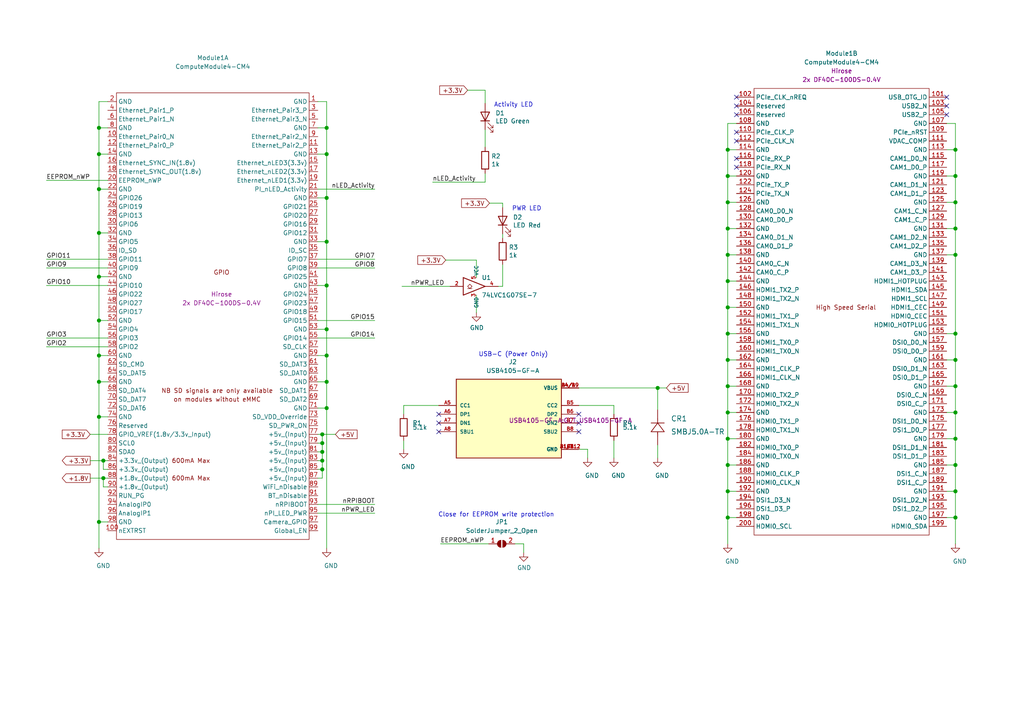
<source format=kicad_sch>
(kicad_sch (version 20210406) (generator eeschema)
  (paper "A4")
  (title_block (title "RPi CM4 Less is More (LiM) Carrier Board") (date "2021-06-18") (rev "v01") (comment 2 "License: CC BY-SA 4.0") (comment 3 "Design: thelasthandyman") (comment 4 "Concept: Alexander Rau"))
  (lib_symbols
    (symbol "2020-11-06_22-01-36:SMBJ5.0A-TR" (pin_numbers hide) (pin_names (offset -1.651) hide)
      (property "Reference" "CR" (at 5.08 4.445 0))
      (property "Value" "SMBJ5.0A-TR" (at 5.08 -7.62 0))
      (symbol "SMBJ5.0A-TR_1_1"
        (polyline (pts (xy 2.54 0) (xy 3.4798 0)) (stroke (width 0.2032)))
        (polyline (pts (xy 3.175 0) (xy 3.81 0)) (stroke (width 0.2032)))
        (polyline (pts (xy 3.81 -1.905) (xy 6.35 0)) (stroke (width 0.2032)))
        (polyline (pts (xy 3.81 1.905) (xy 3.81 -1.905)) (stroke (width 0.2032)))
        (polyline (pts (xy 6.35 -1.905) (xy 6.35 1.905)) (stroke (width 0.2032)))
        (polyline (pts (xy 6.35 0) (xy 3.81 1.905)) (stroke (width 0.2032)))
        (polyline (pts (xy 6.35 0) (xy 7.62 0)) (stroke (width 0.2032)))
        (pin unspecified line (at 10.16 0 180) (length 2.54) (name "1") (number "1"))
        (pin unspecified line (at 0 0 0) (length 2.54) (name "2") (number "2"))
      )
    )
    (symbol "CM4IO:74LVC1G07_copy"
      (property "Reference" "U" (at -2.54 3.81 0))
      (property "Value" "74LVC1G07_copy" (at 0 -3.81 0))
      (symbol "74LVC1G07_copy_0_1"
        (polyline (pts (xy -2.54 -0.635) (xy -1.27 -0.635)))
        (polyline (pts (xy -3.81 2.54) (xy -3.81 -2.54) (xy 2.54 0) (xy -3.81 2.54)) (stroke (width 0.254)))
        (polyline (pts (xy -1.905 0.635) (xy -2.54 0) (xy -1.905 -0.635) (xy -1.27 0) (xy -1.905 0.635)))
      )
      (symbol "74LVC1G07_copy_1_1"
        (pin input line (at -7.62 0 0) (length 3.81) (name "~") (number "2"))
        (pin power_in line (at 0 -2.54 270) (length 0) (name "GND") (number "3"))
        (pin open_collector line (at 6.35 0 180) (length 3.81) (name "~") (number "4"))
        (pin power_in line (at 0 2.54 90) (length 0) (name "VCC") (number "5"))
      )
    )
    (symbol "CM4IO:ComputeModule4-CM4"
      (property "Reference" "Module" (at 113.03 -68.58 0))
      (property "Value" "ComputeModule4-CM4" (at 140.97 2.54 0))
      (property "Manufacturer" "Hirose" (at 0 0 0))
      (property "MPN" "2x DF40C-100DS-0.4V" (at 0 -2.54 0))
      (property "MPN (Alt)" "2x DF40HC(3.0)-100DS-0.4V" (at 0 0 0))
      (symbol "ComputeModule4-CM4_1_0"
        (text "GPIO" (at 0 6.35 0) (effects (font (size 1.27 1.27))))
      )
      (symbol "ComputeModule4-CM4_1_1"
        (text "600mA Max" (at -8.89 -53.34 0) (effects (font (size 1.27 1.27))))
        (text "600mA Max" (at -8.89 -48.26 0) (effects (font (size 1.27 1.27))))
        (text "NB SD signals are only available" (at -1.27 -27.94 0) (effects (font (size 1.27 1.27))))
        (text "on modules without eMMC" (at -1.27 -30.48 0) (effects (font (size 1.27 1.27))))
        (rectangle (start -30.48 -71.12) (end 25.4 58.42))
        (pin power_in line (at 27.94 55.88 180) (length 2.54) (name "GND") (number "1"))
        (pin passive line (at -33.02 45.72 0) (length 2.54) (name "Ethernet_Pair0_N") (number "10"))
        (pin output line (at -33.02 -68.58 0) (length 2.54) (name "nEXTRST") (number "100"))
        (pin passive line (at 27.94 43.18 180) (length 2.54) (name "Ethernet_Pair2_P") (number "11"))
        (pin passive line (at -33.02 43.18 0) (length 2.54) (name "Ethernet_Pair0_P") (number "12"))
        (pin power_in line (at 27.94 40.64 180) (length 2.54) (name "GND") (number "13"))
        (pin power_in line (at -33.02 40.64 0) (length 2.54) (name "GND") (number "14"))
        (pin output line (at 27.94 38.1 180) (length 2.54) (name "Ethernet_nLED3(3.3v)") (number "15"))
        (pin input line (at -33.02 38.1 0) (length 2.54) (name "Ethernet_SYNC_IN(1.8v)") (number "16"))
        (pin output line (at 27.94 35.56 180) (length 2.54) (name "Ethernet_nLED2(3.3v)") (number "17"))
        (pin input line (at -33.02 35.56 0) (length 2.54) (name "Ethernet_SYNC_OUT(1.8v)") (number "18"))
        (pin output line (at 27.94 33.02 180) (length 2.54) (name "Ethernet_nLED1(3.3v)") (number "19"))
        (pin power_in line (at -33.02 55.88 0) (length 2.54) (name "GND") (number "2"))
        (pin passive line (at -33.02 33.02 0) (length 2.54) (name "EEPROM_nWP") (number "20"))
        (pin open_collector line (at 27.94 30.48 180) (length 2.54) (name "PI_nLED_Activity") (number "21"))
        (pin power_in line (at -33.02 30.48 0) (length 2.54) (name "GND") (number "22"))
        (pin power_in line (at 27.94 27.94 180) (length 2.54) (name "GND") (number "23"))
        (pin passive line (at -33.02 27.94 0) (length 2.54) (name "GPIO26") (number "24"))
        (pin passive line (at 27.94 25.4 180) (length 2.54) (name "GPIO21") (number "25"))
        (pin passive line (at -33.02 25.4 0) (length 2.54) (name "GPIO19") (number "26"))
        (pin passive line (at 27.94 22.86 180) (length 2.54) (name "GPIO20") (number "27"))
        (pin passive line (at -33.02 22.86 0) (length 2.54) (name "GPIO13") (number "28"))
        (pin passive line (at 27.94 20.32 180) (length 2.54) (name "GPIO16") (number "29"))
        (pin passive line (at 27.94 53.34 180) (length 2.54) (name "Ethernet_Pair3_P") (number "3"))
        (pin passive line (at -33.02 20.32 0) (length 2.54) (name "GPIO6") (number "30"))
        (pin passive line (at 27.94 17.78 180) (length 2.54) (name "GPIO12") (number "31"))
        (pin power_in line (at -33.02 17.78 0) (length 2.54) (name "GND") (number "32"))
        (pin power_in line (at 27.94 15.24 180) (length 2.54) (name "GND") (number "33"))
        (pin passive line (at -33.02 15.24 0) (length 2.54) (name "GPIO5") (number "34"))
        (pin passive line (at 27.94 12.7 180) (length 2.54) (name "ID_SC") (number "35"))
        (pin passive line (at -33.02 12.7 0) (length 2.54) (name "ID_SD") (number "36"))
        (pin passive line (at 27.94 10.16 180) (length 2.54) (name "GPIO7") (number "37"))
        (pin passive line (at -33.02 10.16 0) (length 2.54) (name "GPIO11") (number "38"))
        (pin passive line (at 27.94 7.62 180) (length 2.54) (name "GPIO8") (number "39"))
        (pin passive line (at -33.02 53.34 0) (length 2.54) (name "Ethernet_Pair1_P") (number "4"))
        (pin passive line (at -33.02 7.62 0) (length 2.54) (name "GPIO9") (number "40"))
        (pin passive line (at 27.94 5.08 180) (length 2.54) (name "GPIO25") (number "41"))
        (pin power_in line (at -33.02 5.08 0) (length 2.54) (name "GND") (number "42"))
        (pin power_in line (at 27.94 2.54 180) (length 2.54) (name "GND") (number "43"))
        (pin passive line (at -33.02 2.54 0) (length 2.54) (name "GPIO10") (number "44"))
        (pin passive line (at 27.94 0 180) (length 2.54) (name "GPIO24") (number "45"))
        (pin passive line (at -33.02 0 0) (length 2.54) (name "GPIO22") (number "46"))
        (pin passive line (at 27.94 -2.54 180) (length 2.54) (name "GPIO23") (number "47"))
        (pin passive line (at -33.02 -2.54 0) (length 2.54) (name "GPIO27") (number "48"))
        (pin passive line (at 27.94 -5.08 180) (length 2.54) (name "GPIO18") (number "49"))
        (pin passive line (at 27.94 50.8 180) (length 2.54) (name "Ethernet_Pair3_N") (number "5"))
        (pin passive line (at -33.02 -5.08 0) (length 2.54) (name "GPIO17") (number "50"))
        (pin passive line (at 27.94 -7.62 180) (length 2.54) (name "GPIO15") (number "51"))
        (pin power_in line (at -33.02 -7.62 0) (length 2.54) (name "GND") (number "52"))
        (pin power_in line (at 27.94 -10.16 180) (length 2.54) (name "GND") (number "53"))
        (pin passive line (at -33.02 -10.16 0) (length 2.54) (name "GPIO4") (number "54"))
        (pin passive line (at 27.94 -12.7 180) (length 2.54) (name "GPIO14") (number "55"))
        (pin passive line (at -33.02 -12.7 0) (length 2.54) (name "GPIO3") (number "56"))
        (pin passive line (at 27.94 -15.24 180) (length 2.54) (name "SD_CLK") (number "57"))
        (pin passive line (at -33.02 -15.24 0) (length 2.54) (name "GPIO2") (number "58"))
        (pin power_in line (at 27.94 -17.78 180) (length 2.54) (name "GND") (number "59"))
        (pin passive line (at -33.02 50.8 0) (length 2.54) (name "Ethernet_Pair1_N") (number "6"))
        (pin power_in line (at -33.02 -17.78 0) (length 2.54) (name "GND") (number "60"))
        (pin passive line (at 27.94 -20.32 180) (length 2.54) (name "SD_DAT3") (number "61"))
        (pin passive line (at -33.02 -20.32 0) (length 2.54) (name "SD_CMD") (number "62"))
        (pin passive line (at 27.94 -22.86 180) (length 2.54) (name "SD_DAT0") (number "63"))
        (pin passive line (at -33.02 -22.86 0) (length 2.54) (name "SD_DAT5") (number "64"))
        (pin power_in line (at 27.94 -25.4 180) (length 2.54) (name "GND") (number "65"))
        (pin power_in line (at -33.02 -25.4 0) (length 2.54) (name "GND") (number "66"))
        (pin passive line (at 27.94 -27.94 180) (length 2.54) (name "SD_DAT1") (number "67"))
        (pin passive line (at -33.02 -27.94 0) (length 2.54) (name "SD_DAT4") (number "68"))
        (pin passive line (at 27.94 -30.48 180) (length 2.54) (name "SD_DAT2") (number "69"))
        (pin power_in line (at 27.94 48.26 180) (length 2.54) (name "GND") (number "7"))
        (pin passive line (at -33.02 -30.48 0) (length 2.54) (name "SD_DAT7") (number "70"))
        (pin power_in line (at 27.94 -33.02 180) (length 2.54) (name "GND") (number "71"))
        (pin passive line (at -33.02 -33.02 0) (length 2.54) (name "SD_DAT6") (number "72"))
        (pin input line (at 27.94 -35.56 180) (length 2.54) (name "SD_VDD_Override") (number "73"))
        (pin power_in line (at -33.02 -35.56 0) (length 2.54) (name "GND") (number "74"))
        (pin output line (at 27.94 -38.1 180) (length 2.54) (name "SD_PWR_ON") (number "75"))
        (pin passive line (at -33.02 -38.1 0) (length 2.54) (name "Reserved") (number "76"))
        (pin power_in line (at 27.94 -40.64 180) (length 2.54) (name "+5v_(Input)") (number "77"))
        (pin power_in line (at -33.02 -40.64 0) (length 2.54) (name "GPIO_VREF(1.8v/3.3v_Input)") (number "78"))
        (pin power_in line (at 27.94 -43.18 180) (length 2.54) (name "+5v_(Input)") (number "79"))
        (pin power_in line (at -33.02 48.26 0) (length 2.54) (name "GND") (number "8"))
        (pin passive line (at -33.02 -43.18 0) (length 2.54) (name "SCL0") (number "80"))
        (pin power_in line (at 27.94 -45.72 180) (length 2.54) (name "+5v_(Input)") (number "81"))
        (pin passive line (at -33.02 -45.72 0) (length 2.54) (name "SDA0") (number "82"))
        (pin power_in line (at 27.94 -48.26 180) (length 2.54) (name "+5v_(Input)") (number "83"))
        (pin power_out line (at -33.02 -48.26 0) (length 2.54) (name "+3.3v_(Output)") (number "84"))
        (pin power_in line (at 27.94 -50.8 180) (length 2.54) (name "+5v_(Input)") (number "85"))
        (pin power_out line (at -33.02 -50.8 0) (length 2.54) (name "+3.3v_(Output)") (number "86"))
        (pin power_in line (at 27.94 -53.34 180) (length 2.54) (name "+5v_(Input)") (number "87"))
        (pin power_out line (at -33.02 -53.34 0) (length 2.54) (name "+1.8v_(Output)") (number "88"))
        (pin power_in line (at 27.94 -55.88 180) (length 2.54) (name "WiFi_nDisable") (number "89"))
        (pin passive line (at 27.94 45.72 180) (length 2.54) (name "Ethernet_Pair2_N") (number "9"))
        (pin power_out line (at -33.02 -55.88 0) (length 2.54) (name "+1.8v_(Output)") (number "90"))
        (pin power_in line (at 27.94 -58.42 180) (length 2.54) (name "BT_nDisable") (number "91"))
        (pin passive line (at -33.02 -58.42 0) (length 2.54) (name "RUN_PG") (number "92"))
        (pin input line (at 27.94 -60.96 180) (length 2.54) (name "nRPIBOOT") (number "93"))
        (pin passive line (at -33.02 -60.96 0) (length 2.54) (name "AnalogIP0") (number "94"))
        (pin output line (at 27.94 -63.5 180) (length 2.54) (name "nPI_LED_PWR") (number "95"))
        (pin passive line (at -33.02 -63.5 0) (length 2.54) (name "AnalogIP1") (number "96"))
        (pin passive line (at 27.94 -66.04 180) (length 2.54) (name "Camera_GPIO") (number "97"))
        (pin power_in line (at -33.02 -66.04 0) (length 2.54) (name "GND") (number "98"))
        (pin input line (at 27.94 -68.58 180) (length 2.54) (name "Global_EN") (number "99"))
      )
      (symbol "ComputeModule4-CM4_2_1"
        (text "High Speed Serial" (at 140.97 0 0) (effects (font (size 1.27 1.27))))
        (rectangle (start 114.3 -66.04) (end 165.1 63.5))
        (pin input line (at 170.18 60.96 180) (length 5.08) (name "USB_OTG_ID") (number "101"))
        (pin input line (at 109.22 60.96 0) (length 5.08) (name "PCIe_CLK_nREQ") (number "102"))
        (pin passive line (at 170.18 58.42 180) (length 5.08) (name "USB2_N") (number "103"))
        (pin passive line (at 109.22 58.42 0) (length 5.08) (name "Reserved") (number "104"))
        (pin passive line (at 170.18 55.88 180) (length 5.08) (name "USB2_P") (number "105"))
        (pin passive line (at 109.22 55.88 0) (length 5.08) (name "Reserved") (number "106"))
        (pin power_in line (at 170.18 53.34 180) (length 5.08) (name "GND") (number "107"))
        (pin power_in line (at 109.22 53.34 0) (length 5.08) (name "GND") (number "108"))
        (pin bidirectional line (at 170.18 50.8 180) (length 5.08) (name "PCIe_nRST") (number "109"))
        (pin output line (at 109.22 50.8 0) (length 5.08) (name "PCIe_CLK_P") (number "110"))
        (pin passive line (at 170.18 48.26 180) (length 5.08) (name "VDAC_COMP") (number "111"))
        (pin output line (at 109.22 48.26 0) (length 5.08) (name "PCIe_CLK_N") (number "112"))
        (pin power_in line (at 170.18 45.72 180) (length 5.08) (name "GND") (number "113"))
        (pin power_in line (at 109.22 45.72 0) (length 5.08) (name "GND") (number "114"))
        (pin input line (at 170.18 43.18 180) (length 5.08) (name "CAM1_D0_N") (number "115"))
        (pin input line (at 109.22 43.18 0) (length 5.08) (name "PCIe_RX_P") (number "116"))
        (pin input line (at 170.18 40.64 180) (length 5.08) (name "CAM1_D0_P") (number "117"))
        (pin input line (at 109.22 40.64 0) (length 5.08) (name "PCIe_RX_N") (number "118"))
        (pin power_in line (at 170.18 38.1 180) (length 5.08) (name "GND") (number "119"))
        (pin power_in line (at 109.22 38.1 0) (length 5.08) (name "GND") (number "120"))
        (pin input line (at 170.18 35.56 180) (length 5.08) (name "CAM1_D1_N") (number "121"))
        (pin output line (at 109.22 35.56 0) (length 5.08) (name "PCIe_TX_P") (number "122"))
        (pin input line (at 170.18 33.02 180) (length 5.08) (name "CAM1_D1_P") (number "123"))
        (pin output line (at 109.22 33.02 0) (length 5.08) (name "PCIe_TX_N") (number "124"))
        (pin power_in line (at 170.18 30.48 180) (length 5.08) (name "GND") (number "125"))
        (pin power_in line (at 109.22 30.48 0) (length 5.08) (name "GND") (number "126"))
        (pin input line (at 170.18 27.94 180) (length 5.08) (name "CAM1_C_N") (number "127"))
        (pin input line (at 109.22 27.94 0) (length 5.08) (name "CAM0_D0_N") (number "128"))
        (pin input line (at 170.18 25.4 180) (length 5.08) (name "CAM1_C_P") (number "129"))
        (pin input line (at 109.22 25.4 0) (length 5.08) (name "CAM0_D0_P") (number "130"))
        (pin power_in line (at 170.18 22.86 180) (length 5.08) (name "GND") (number "131"))
        (pin power_in line (at 109.22 22.86 0) (length 5.08) (name "GND") (number "132"))
        (pin input line (at 170.18 20.32 180) (length 5.08) (name "CAM1_D2_N") (number "133"))
        (pin input line (at 109.22 20.32 0) (length 5.08) (name "CAM0_D1_N") (number "134"))
        (pin input line (at 170.18 17.78 180) (length 5.08) (name "CAM1_D2_P") (number "135"))
        (pin input line (at 109.22 17.78 0) (length 5.08) (name "CAM0_D1_P") (number "136"))
        (pin power_in line (at 170.18 15.24 180) (length 5.08) (name "GND") (number "137"))
        (pin power_in line (at 109.22 15.24 0) (length 5.08) (name "GND") (number "138"))
        (pin input line (at 170.18 12.7 180) (length 5.08) (name "CAM1_D3_N") (number "139"))
        (pin input line (at 109.22 12.7 0) (length 5.08) (name "CAM0_C_N") (number "140"))
        (pin input line (at 170.18 10.16 180) (length 5.08) (name "CAM1_D3_P") (number "141"))
        (pin input line (at 109.22 10.16 0) (length 5.08) (name "CAM0_C_P") (number "142"))
        (pin input line (at 170.18 7.62 180) (length 5.08) (name "HDMI1_HOTPLUG") (number "143"))
        (pin power_in line (at 109.22 7.62 0) (length 5.08) (name "GND") (number "144"))
        (pin bidirectional line (at 170.18 5.08 180) (length 5.08) (name "HDMI1_SDA") (number "145"))
        (pin output line (at 109.22 5.08 0) (length 5.08) (name "HDMI1_TX2_P") (number "146"))
        (pin open_collector line (at 170.18 2.54 180) (length 5.08) (name "HDMI1_SCL") (number "147"))
        (pin output line (at 109.22 2.54 0) (length 5.08) (name "HDMI1_TX2_N") (number "148"))
        (pin open_collector line (at 170.18 0 180) (length 5.08) (name "HDMI1_CEC") (number "149"))
        (pin power_in line (at 109.22 0 0) (length 5.08) (name "GND") (number "150"))
        (pin open_collector line (at 170.18 -2.54 180) (length 5.08) (name "HDMI0_CEC") (number "151"))
        (pin output line (at 109.22 -2.54 0) (length 5.08) (name "HDMI1_TX1_P") (number "152"))
        (pin input line (at 170.18 -5.08 180) (length 5.08) (name "HDMI0_HOTPLUG") (number "153"))
        (pin output line (at 109.22 -5.08 0) (length 5.08) (name "HDMI1_TX1_N") (number "154"))
        (pin power_in line (at 170.18 -7.62 180) (length 5.08) (name "GND") (number "155"))
        (pin power_in line (at 109.22 -7.62 0) (length 5.08) (name "GND") (number "156"))
        (pin output line (at 170.18 -10.16 180) (length 5.08) (name "DSI0_D0_N") (number "157"))
        (pin output line (at 109.22 -10.16 0) (length 5.08) (name "HDMI1_TX0_P") (number "158"))
        (pin output line (at 170.18 -12.7 180) (length 5.08) (name "DSI0_D0_P") (number "159"))
        (pin output line (at 109.22 -12.7 0) (length 5.08) (name "HDMI1_TX0_N") (number "160"))
        (pin power_in line (at 170.18 -15.24 180) (length 5.08) (name "GND") (number "161"))
        (pin power_in line (at 109.22 -15.24 0) (length 5.08) (name "GND") (number "162"))
        (pin output line (at 170.18 -17.78 180) (length 5.08) (name "DSI0_D1_N") (number "163"))
        (pin output line (at 109.22 -17.78 0) (length 5.08) (name "HDMI1_CLK_P") (number "164"))
        (pin output line (at 170.18 -20.32 180) (length 5.08) (name "DSI0_D1_P") (number "165"))
        (pin output line (at 109.22 -20.32 0) (length 5.08) (name "HDMI1_CLK_N") (number "166"))
        (pin power_in line (at 170.18 -22.86 180) (length 5.08) (name "GND") (number "167"))
        (pin power_in line (at 109.22 -22.86 0) (length 5.08) (name "GND") (number "168"))
        (pin output line (at 170.18 -25.4 180) (length 5.08) (name "DSI0_C_N") (number "169"))
        (pin output line (at 109.22 -25.4 0) (length 5.08) (name "HDMI0_TX2_P") (number "170"))
        (pin output line (at 170.18 -27.94 180) (length 5.08) (name "DSI0_C_P") (number "171"))
        (pin output line (at 109.22 -27.94 0) (length 5.08) (name "HDMI0_TX2_N") (number "172"))
        (pin power_in line (at 170.18 -30.48 180) (length 5.08) (name "GND") (number "173"))
        (pin power_in line (at 109.22 -30.48 0) (length 5.08) (name "GND") (number "174"))
        (pin output line (at 170.18 -33.02 180) (length 5.08) (name "DSI1_D0_N") (number "175"))
        (pin output line (at 109.22 -33.02 0) (length 5.08) (name "HDMI0_TX1_P") (number "176"))
        (pin output line (at 170.18 -35.56 180) (length 5.08) (name "DSI1_D0_P") (number "177"))
        (pin output line (at 109.22 -35.56 0) (length 5.08) (name "HDMI0_TX1_N") (number "178"))
        (pin power_in line (at 170.18 -38.1 180) (length 5.08) (name "GND") (number "179"))
        (pin power_in line (at 109.22 -38.1 0) (length 5.08) (name "GND") (number "180"))
        (pin output line (at 170.18 -40.64 180) (length 5.08) (name "DSI1_D1_N") (number "181"))
        (pin output line (at 109.22 -40.64 0) (length 5.08) (name "HDMI0_TX0_P") (number "182"))
        (pin output line (at 170.18 -43.18 180) (length 5.08) (name "DSI1_D1_P") (number "183"))
        (pin output line (at 109.22 -43.18 0) (length 5.08) (name "HDMI0_TX0_N") (number "184"))
        (pin power_in line (at 170.18 -45.72 180) (length 5.08) (name "GND") (number "185"))
        (pin power_in line (at 109.22 -45.72 0) (length 5.08) (name "GND") (number "186"))
        (pin output line (at 170.18 -48.26 180) (length 5.08) (name "DSI1_C_N") (number "187"))
        (pin output line (at 109.22 -48.26 0) (length 5.08) (name "HDMI0_CLK_P") (number "188"))
        (pin output line (at 170.18 -50.8 180) (length 5.08) (name "DSI1_C_P") (number "189"))
        (pin output line (at 109.22 -50.8 0) (length 5.08) (name "HDMI0_CLK_N") (number "190"))
        (pin power_in line (at 170.18 -53.34 180) (length 5.08) (name "GND") (number "191"))
        (pin power_in line (at 109.22 -53.34 0) (length 5.08) (name "GND") (number "192"))
        (pin output line (at 170.18 -55.88 180) (length 5.08) (name "DSI1_D2_N") (number "193"))
        (pin output line (at 109.22 -55.88 0) (length 5.08) (name "DSI1_D3_N") (number "194"))
        (pin output line (at 170.18 -58.42 180) (length 5.08) (name "DSI1_D2_P") (number "195"))
        (pin output line (at 109.22 -58.42 0) (length 5.08) (name "DSI1_D3_P") (number "196"))
        (pin power_in line (at 170.18 -60.96 180) (length 5.08) (name "GND") (number "197"))
        (pin power_in line (at 109.22 -60.96 0) (length 5.08) (name "GND") (number "198"))
        (pin bidirectional line (at 170.18 -63.5 180) (length 5.08) (name "HDMI0_SDA") (number "199"))
        (pin open_collector line (at 109.22 -63.5 0) (length 5.08) (name "HDMI0_SCL") (number "200"))
      )
    )
    (symbol "Device:LED" (pin_numbers hide) (pin_names (offset 1.016) hide)
      (property "Reference" "D" (at 0 2.54 0))
      (property "Value" "LED" (at 0 -2.54 0))
      (symbol "LED_0_1"
        (polyline (pts (xy -1.27 -1.27) (xy -1.27 1.27)) (stroke (width 0.254)))
        (polyline (pts (xy -1.27 0) (xy 1.27 0)))
        (polyline (pts (xy 1.27 -1.27) (xy 1.27 1.27) (xy -1.27 0) (xy 1.27 -1.27)) (stroke (width 0.254)))
        (polyline (pts (xy -3.048 -0.762) (xy -4.572 -2.286) (xy -3.81 -2.286) (xy -4.572 -2.286) (xy -4.572 -1.524)))
        (polyline (pts (xy -1.778 -0.762) (xy -3.302 -2.286) (xy -2.54 -2.286) (xy -3.302 -2.286) (xy -3.302 -1.524)))
      )
      (symbol "LED_1_1"
        (pin passive line (at -3.81 0 0) (length 2.54) (name "K") (number "1"))
        (pin passive line (at 3.81 0 180) (length 2.54) (name "A") (number "2"))
      )
    )
    (symbol "Device:R" (pin_numbers hide) (pin_names (offset 0))
      (property "Reference" "R" (at 2.032 0 90))
      (property "Value" "R" (at 0 0 90))
      (symbol "R_0_1"
        (rectangle (start -1.016 -2.54) (end 1.016 2.54) (stroke (width 0.254)))
      )
      (symbol "R_1_1"
        (pin passive line (at 0 3.81 270) (length 1.27) (name "~") (number "1"))
        (pin passive line (at 0 -3.81 90) (length 1.27) (name "~") (number "2"))
      )
    )
    (symbol "Jumper:SolderJumper_2_Open" (pin_names (offset 0) hide)
      (property "Reference" "JP" (at 0 2.032 0))
      (property "Value" "SolderJumper_2_Open" (at 0 -2.54 0))
      (symbol "SolderJumper_2_Open_0_1"
        (arc (start -0.254 1.016) (end -0.254 -1.016) (radius (at -0.254 0) (length 1.016) (angles 90.1 -90.1)))
        (arc (start 0.254 -1.016) (end 0.254 1.016) (radius (at 0.254 0) (length 1.016) (angles -89.9 89.9)))
        (arc (start -0.254 1.016) (end -0.254 -1.016) (radius (at -0.254 0) (length 1.016) (angles 90.1 -90.1)) (fill (type outline)))
        (arc (start 0.254 -1.016) (end 0.254 1.016) (radius (at 0.254 0) (length 1.016) (angles -89.9 89.9)) (fill (type outline)))
        (polyline (pts (xy -0.254 1.016) (xy -0.254 -1.016)))
        (polyline (pts (xy 0.254 1.016) (xy 0.254 -1.016)))
      )
      (symbol "SolderJumper_2_Open_1_1"
        (pin passive line (at -3.81 0 0) (length 2.54) (name "A") (number "1"))
        (pin passive line (at 3.81 0 180) (length 2.54) (name "B") (number "2"))
      )
    )
    (symbol "USB4105-GF-A:USB4105-GF-A" (pin_names (offset 1.016))
      (property "Reference" "J" (at -15.24 13.97 0))
      (property "Value" "USB4105-GF-A" (at -15.24 -12.7 0))
      (symbol "USB4105-GF-A_0_0"
        (rectangle (start -15.24 -10.16) (end 15.24 12.7) (stroke (width 0.254)) (fill (type background)))
        (pin power_in line (at 20.32 -7.62 180) (length 5.08) (name "GND") (number "A1/B12"))
        (pin power_in line (at 20.32 10.16 180) (length 5.08) (name "VBUS") (number "A4/B9"))
        (pin bidirectional line (at -20.32 5.08 0) (length 5.08) (name "CC1") (number "A5"))
        (pin bidirectional line (at -20.32 2.54 0) (length 5.08) (name "DP1") (number "A6"))
        (pin bidirectional line (at -20.32 0 0) (length 5.08) (name "DN1") (number "A7"))
        (pin bidirectional line (at -20.32 -2.54 0) (length 5.08) (name "SBU1") (number "A8"))
        (pin power_in line (at 20.32 -7.62 180) (length 5.08) (name "GND") (number "B1/A12"))
        (pin power_in line (at 20.32 10.16 180) (length 5.08) (name "VBUS") (number "B4/A9"))
        (pin bidirectional line (at 20.32 5.08 180) (length 5.08) (name "CC2") (number "B5"))
        (pin bidirectional line (at 20.32 2.54 180) (length 5.08) (name "DP2") (number "B6"))
        (pin bidirectional line (at 20.32 0 180) (length 5.08) (name "DN2") (number "B7"))
        (pin bidirectional line (at 20.32 -2.54 180) (length 5.08) (name "SBU2") (number "B8"))
        (pin power_in line (at 20.32 -7.62 180) (length 5.08) (name "GND") (number "G1"))
        (pin power_in line (at 20.32 -7.62 180) (length 5.08) (name "GND") (number "G2"))
        (pin power_in line (at 20.32 -7.62 180) (length 5.08) (name "GND") (number "G3"))
        (pin power_in line (at 20.32 -7.62 180) (length 5.08) (name "GND") (number "G4"))
      )
    )
    (symbol "power:GND" (power) (pin_names (offset 0))
      (property "Value" "GND" (at 0 -3.81 0))
      (symbol "GND_0_1"
        (polyline (pts (xy 0 0) (xy 0 -1.27) (xy 1.27 -1.27) (xy 0 -2.54) (xy -1.27 -1.27) (xy 0 -1.27)))
      )
      (symbol "GND_1_1"
        (pin power_in line (at 0 0 270) (length 0) hide (name "GND") (number "1"))
      )
    )
  )
  (junction (at 28.702 37.084) (diameter 1.016))
  (junction (at 28.702 44.704) (diameter 1.016))
  (junction (at 28.702 54.864) (diameter 1.016))
  (junction (at 28.702 67.564) (diameter 1.016))
  (junction (at 28.702 80.264) (diameter 1.016))
  (junction (at 28.702 92.964) (diameter 1.016))
  (junction (at 28.702 103.124) (diameter 1.016))
  (junction (at 28.702 110.744) (diameter 1.016))
  (junction (at 28.702 120.904) (diameter 1.016))
  (junction (at 28.702 151.384) (diameter 1.016))
  (junction (at 29.972 133.604) (diameter 1.016))
  (junction (at 29.972 138.684) (diameter 1.016))
  (junction (at 93.472 125.984) (diameter 1.016))
  (junction (at 93.472 128.524) (diameter 1.016))
  (junction (at 93.472 131.064) (diameter 1.016))
  (junction (at 93.472 133.604) (diameter 1.016))
  (junction (at 93.472 136.144) (diameter 1.016))
  (junction (at 94.742 37.084) (diameter 1.016))
  (junction (at 94.742 44.704) (diameter 1.016))
  (junction (at 94.742 57.404) (diameter 1.016))
  (junction (at 94.742 70.104) (diameter 1.016))
  (junction (at 94.742 82.804) (diameter 1.016))
  (junction (at 94.742 95.504) (diameter 1.016))
  (junction (at 94.742 103.124) (diameter 1.016))
  (junction (at 94.742 110.744) (diameter 1.016))
  (junction (at 94.742 118.364) (diameter 1.016))
  (junction (at 190.754 112.522) (diameter 1.016))
  (junction (at 211.074 43.434) (diameter 1.016))
  (junction (at 211.074 51.054) (diameter 1.016))
  (junction (at 211.074 58.674) (diameter 1.016))
  (junction (at 211.074 66.294) (diameter 1.016))
  (junction (at 211.074 73.914) (diameter 1.016))
  (junction (at 211.074 81.534) (diameter 1.016))
  (junction (at 211.074 89.154) (diameter 1.016))
  (junction (at 211.074 96.774) (diameter 1.016))
  (junction (at 211.074 104.394) (diameter 1.016))
  (junction (at 211.074 112.014) (diameter 1.016))
  (junction (at 211.074 119.634) (diameter 1.016))
  (junction (at 211.074 127.254) (diameter 1.016))
  (junction (at 211.074 134.874) (diameter 1.016))
  (junction (at 211.074 142.494) (diameter 1.016))
  (junction (at 211.074 150.114) (diameter 1.016))
  (junction (at 277.114 43.434) (diameter 1.016))
  (junction (at 277.114 51.054) (diameter 1.016))
  (junction (at 277.114 58.674) (diameter 1.016))
  (junction (at 277.114 66.294) (diameter 1.016))
  (junction (at 277.114 73.914) (diameter 1.016))
  (junction (at 277.114 96.774) (diameter 1.016))
  (junction (at 277.114 104.394) (diameter 1.016))
  (junction (at 277.114 112.014) (diameter 1.016))
  (junction (at 277.114 119.634) (diameter 1.016))
  (junction (at 277.114 127.254) (diameter 1.016))
  (junction (at 277.114 134.874) (diameter 1.016))
  (junction (at 277.114 142.494) (diameter 1.016))
  (junction (at 277.114 150.114) (diameter 1.016))
  (no_connect (at 127.254 120.142))
  (no_connect (at 127.254 122.682))
  (no_connect (at 127.254 125.222))
  (no_connect (at 167.894 120.142))
  (no_connect (at 167.894 122.682))
  (no_connect (at 167.894 125.222))
  (no_connect (at 213.614 28.194))
  (no_connect (at 213.614 30.734))
  (no_connect (at 213.614 33.274))
  (no_connect (at 213.614 38.354))
  (no_connect (at 213.614 40.894))
  (no_connect (at 213.614 45.974))
  (no_connect (at 213.614 48.514))
  (no_connect (at 274.574 28.194))
  (no_connect (at 274.574 30.734))
  (no_connect (at 274.574 33.274))
  (wire (pts (xy 13.462 52.324) (xy 31.242 52.324)))
  (wire (pts (xy 13.462 75.184) (xy 31.242 75.184)))
  (wire (pts (xy 13.462 77.724) (xy 31.242 77.724)))
  (wire (pts (xy 13.462 82.804) (xy 31.242 82.804)))
  (wire (pts (xy 13.462 98.044) (xy 31.242 98.044)))
  (wire (pts (xy 13.462 100.584) (xy 31.242 100.584)))
  (wire (pts (xy 26.162 125.984) (xy 31.242 125.984)))
  (wire (pts (xy 26.162 133.604) (xy 29.972 133.604)))
  (wire (pts (xy 26.162 138.684) (xy 29.972 138.684)))
  (wire (pts (xy 28.702 29.464) (xy 28.702 37.084)))
  (wire (pts (xy 28.702 37.084) (xy 28.702 44.704)))
  (wire (pts (xy 28.702 37.084) (xy 31.242 37.084)))
  (wire (pts (xy 28.702 44.704) (xy 28.702 54.864)))
  (wire (pts (xy 28.702 44.704) (xy 31.242 44.704)))
  (wire (pts (xy 28.702 54.864) (xy 28.702 67.564)))
  (wire (pts (xy 28.702 54.864) (xy 31.242 54.864)))
  (wire (pts (xy 28.702 67.564) (xy 28.702 80.264)))
  (wire (pts (xy 28.702 67.564) (xy 31.242 67.564)))
  (wire (pts (xy 28.702 80.264) (xy 28.702 92.964)))
  (wire (pts (xy 28.702 80.264) (xy 31.242 80.264)))
  (wire (pts (xy 28.702 92.964) (xy 28.702 103.124)))
  (wire (pts (xy 28.702 92.964) (xy 31.242 92.964)))
  (wire (pts (xy 28.702 103.124) (xy 28.702 110.744)))
  (wire (pts (xy 28.702 103.124) (xy 31.242 103.124)))
  (wire (pts (xy 28.702 110.744) (xy 28.702 120.904)))
  (wire (pts (xy 28.702 110.744) (xy 31.242 110.744)))
  (wire (pts (xy 28.702 120.904) (xy 28.702 151.384)))
  (wire (pts (xy 28.702 120.904) (xy 31.242 120.904)))
  (wire (pts (xy 28.702 151.384) (xy 28.702 159.004)))
  (wire (pts (xy 28.702 151.384) (xy 31.242 151.384)))
  (wire (pts (xy 29.972 133.604) (xy 31.242 133.604)))
  (wire (pts (xy 29.972 136.144) (xy 29.972 133.604)))
  (wire (pts (xy 29.972 138.684) (xy 31.242 138.684)))
  (wire (pts (xy 29.972 141.224) (xy 29.972 138.684)))
  (wire (pts (xy 31.242 29.464) (xy 28.702 29.464)))
  (wire (pts (xy 31.242 136.144) (xy 29.972 136.144)))
  (wire (pts (xy 31.242 141.224) (xy 29.972 141.224)))
  (wire (pts (xy 92.202 29.464) (xy 94.742 29.464)))
  (wire (pts (xy 92.202 37.084) (xy 94.742 37.084)))
  (wire (pts (xy 92.202 44.704) (xy 94.742 44.704)))
  (wire (pts (xy 92.202 54.864) (xy 108.712 54.864)))
  (wire (pts (xy 92.202 57.404) (xy 94.742 57.404)))
  (wire (pts (xy 92.202 70.104) (xy 94.742 70.104)))
  (wire (pts (xy 92.202 75.184) (xy 108.712 75.184)))
  (wire (pts (xy 92.202 77.724) (xy 108.712 77.724)))
  (wire (pts (xy 92.202 82.804) (xy 94.742 82.804)))
  (wire (pts (xy 92.202 92.964) (xy 108.712 92.964)))
  (wire (pts (xy 92.202 95.504) (xy 94.742 95.504)))
  (wire (pts (xy 92.202 98.044) (xy 108.712 98.044)))
  (wire (pts (xy 92.202 103.124) (xy 94.742 103.124)))
  (wire (pts (xy 92.202 110.744) (xy 94.742 110.744)))
  (wire (pts (xy 92.202 118.364) (xy 94.742 118.364)))
  (wire (pts (xy 92.202 125.984) (xy 93.472 125.984)))
  (wire (pts (xy 92.202 128.524) (xy 93.472 128.524)))
  (wire (pts (xy 92.202 131.064) (xy 93.472 131.064)))
  (wire (pts (xy 92.202 133.604) (xy 93.472 133.604)))
  (wire (pts (xy 92.202 136.144) (xy 93.472 136.144)))
  (wire (pts (xy 92.202 138.684) (xy 93.472 138.684)))
  (wire (pts (xy 92.202 146.304) (xy 108.712 146.304)))
  (wire (pts (xy 92.202 148.844) (xy 108.712 148.844)))
  (wire (pts (xy 93.472 125.984) (xy 97.282 125.984)))
  (wire (pts (xy 93.472 128.524) (xy 93.472 125.984)))
  (wire (pts (xy 93.472 131.064) (xy 93.472 128.524)))
  (wire (pts (xy 93.472 133.604) (xy 93.472 131.064)))
  (wire (pts (xy 93.472 136.144) (xy 93.472 133.604)))
  (wire (pts (xy 93.472 138.684) (xy 93.472 136.144)))
  (wire (pts (xy 94.742 29.464) (xy 94.742 37.084)))
  (wire (pts (xy 94.742 37.084) (xy 94.742 44.704)))
  (wire (pts (xy 94.742 44.704) (xy 94.742 57.404)))
  (wire (pts (xy 94.742 57.404) (xy 94.742 70.104)))
  (wire (pts (xy 94.742 70.104) (xy 94.742 82.804)))
  (wire (pts (xy 94.742 82.804) (xy 94.742 95.504)))
  (wire (pts (xy 94.742 95.504) (xy 94.742 103.124)))
  (wire (pts (xy 94.742 103.124) (xy 94.742 110.744)))
  (wire (pts (xy 94.742 110.744) (xy 94.742 118.364)))
  (wire (pts (xy 94.742 118.364) (xy 94.742 159.004)))
  (wire (pts (xy 116.586 83.058) (xy 130.556 83.058)))
  (wire (pts (xy 117.094 117.602) (xy 117.094 120.142)))
  (wire (pts (xy 117.094 127.762) (xy 117.094 130.302)))
  (wire (pts (xy 125.476 52.832) (xy 140.716 52.832)))
  (wire (pts (xy 127.254 117.602) (xy 117.094 117.602)))
  (wire (pts (xy 127.762 157.734) (xy 141.732 157.734)))
  (wire (pts (xy 135.636 26.162) (xy 140.716 26.162)))
  (wire (pts (xy 138.176 75.438) (xy 129.286 75.438)))
  (wire (pts (xy 138.176 80.518) (xy 138.176 75.438)))
  (wire (pts (xy 138.176 85.598) (xy 138.176 90.678)))
  (wire (pts (xy 140.716 29.972) (xy 140.716 26.162)))
  (wire (pts (xy 140.716 37.592) (xy 140.716 42.672)))
  (wire (pts (xy 140.716 52.832) (xy 140.716 50.292)))
  (wire (pts (xy 145.796 58.928) (xy 141.986 58.928)))
  (wire (pts (xy 145.796 60.198) (xy 145.796 58.928)))
  (wire (pts (xy 145.796 67.818) (xy 145.796 69.088)))
  (wire (pts (xy 145.796 76.708) (xy 145.796 83.058)))
  (wire (pts (xy 145.796 83.058) (xy 144.526 83.058)))
  (wire (pts (xy 149.352 157.734) (xy 151.892 157.734)))
  (wire (pts (xy 151.892 157.734) (xy 151.892 160.274)))
  (wire (pts (xy 167.894 112.522) (xy 190.754 112.522)))
  (wire (pts (xy 167.894 117.602) (xy 178.054 117.602)))
  (wire (pts (xy 167.894 130.302) (xy 170.434 130.302)))
  (wire (pts (xy 170.434 130.302) (xy 170.434 132.842)))
  (wire (pts (xy 178.054 117.602) (xy 178.054 120.142)))
  (wire (pts (xy 178.054 127.762) (xy 178.054 132.842)))
  (wire (pts (xy 190.754 112.522) (xy 190.754 118.872)))
  (wire (pts (xy 190.754 112.522) (xy 193.294 112.522)))
  (wire (pts (xy 190.754 129.032) (xy 190.754 132.842)))
  (wire (pts (xy 211.074 35.814) (xy 211.074 43.434)))
  (wire (pts (xy 211.074 35.814) (xy 213.614 35.814)))
  (wire (pts (xy 211.074 43.434) (xy 211.074 51.054)))
  (wire (pts (xy 211.074 43.434) (xy 213.614 43.434)))
  (wire (pts (xy 211.074 51.054) (xy 211.074 58.674)))
  (wire (pts (xy 211.074 51.054) (xy 213.614 51.054)))
  (wire (pts (xy 211.074 58.674) (xy 211.074 66.294)))
  (wire (pts (xy 211.074 58.674) (xy 213.614 58.674)))
  (wire (pts (xy 211.074 66.294) (xy 211.074 73.914)))
  (wire (pts (xy 211.074 66.294) (xy 213.614 66.294)))
  (wire (pts (xy 211.074 73.914) (xy 211.074 81.534)))
  (wire (pts (xy 211.074 73.914) (xy 213.614 73.914)))
  (wire (pts (xy 211.074 81.534) (xy 211.074 89.154)))
  (wire (pts (xy 211.074 81.534) (xy 213.614 81.534)))
  (wire (pts (xy 211.074 89.154) (xy 211.074 96.774)))
  (wire (pts (xy 211.074 89.154) (xy 213.614 89.154)))
  (wire (pts (xy 211.074 96.774) (xy 211.074 104.394)))
  (wire (pts (xy 211.074 96.774) (xy 213.614 96.774)))
  (wire (pts (xy 211.074 104.394) (xy 211.074 112.014)))
  (wire (pts (xy 211.074 104.394) (xy 213.614 104.394)))
  (wire (pts (xy 211.074 112.014) (xy 211.074 119.634)))
  (wire (pts (xy 211.074 112.014) (xy 213.614 112.014)))
  (wire (pts (xy 211.074 119.634) (xy 211.074 127.254)))
  (wire (pts (xy 211.074 119.634) (xy 213.614 119.634)))
  (wire (pts (xy 211.074 127.254) (xy 211.074 134.874)))
  (wire (pts (xy 211.074 127.254) (xy 213.614 127.254)))
  (wire (pts (xy 211.074 134.874) (xy 211.074 142.494)))
  (wire (pts (xy 211.074 134.874) (xy 213.614 134.874)))
  (wire (pts (xy 211.074 142.494) (xy 211.074 150.114)))
  (wire (pts (xy 211.074 142.494) (xy 213.614 142.494)))
  (wire (pts (xy 211.074 150.114) (xy 211.074 157.734)))
  (wire (pts (xy 211.074 150.114) (xy 213.614 150.114)))
  (wire (pts (xy 274.574 35.814) (xy 277.114 35.814)))
  (wire (pts (xy 274.574 43.434) (xy 277.114 43.434)))
  (wire (pts (xy 274.574 51.054) (xy 277.114 51.054)))
  (wire (pts (xy 274.574 58.674) (xy 277.114 58.674)))
  (wire (pts (xy 274.574 66.294) (xy 277.114 66.294)))
  (wire (pts (xy 274.574 73.914) (xy 277.114 73.914)))
  (wire (pts (xy 274.574 96.774) (xy 277.114 96.774)))
  (wire (pts (xy 274.574 104.394) (xy 277.114 104.394)))
  (wire (pts (xy 274.574 112.014) (xy 277.114 112.014)))
  (wire (pts (xy 274.574 119.634) (xy 277.114 119.634)))
  (wire (pts (xy 274.574 127.254) (xy 277.114 127.254)))
  (wire (pts (xy 274.574 134.874) (xy 277.114 134.874)))
  (wire (pts (xy 274.574 142.494) (xy 277.114 142.494)))
  (wire (pts (xy 274.574 150.114) (xy 277.114 150.114)))
  (wire (pts (xy 277.114 35.814) (xy 277.114 43.434)))
  (wire (pts (xy 277.114 43.434) (xy 277.114 51.054)))
  (wire (pts (xy 277.114 51.054) (xy 277.114 58.674)))
  (wire (pts (xy 277.114 58.674) (xy 277.114 66.294)))
  (wire (pts (xy 277.114 66.294) (xy 277.114 73.914)))
  (wire (pts (xy 277.114 73.914) (xy 277.114 96.774)))
  (wire (pts (xy 277.114 96.774) (xy 277.114 104.394)))
  (wire (pts (xy 277.114 104.394) (xy 277.114 112.014)))
  (wire (pts (xy 277.114 112.014) (xy 277.114 119.634)))
  (wire (pts (xy 277.114 119.634) (xy 277.114 127.254)))
  (wire (pts (xy 277.114 127.254) (xy 277.114 134.874)))
  (wire (pts (xy 277.114 134.874) (xy 277.114 142.494)))
  (wire (pts (xy 277.114 142.494) (xy 277.114 150.114)))
  (wire (pts (xy 277.114 150.114) (xy 277.114 157.734)))
  (text "Activity LED" (at 143.256 31.242 0) (effects (font (size 1.27 1.27)) (justify left bottom)))
  (text "PWR LED" (at 148.463 61.341 0) (effects (font (size 1.27 1.27)) (justify left bottom)))
  (text "USB-C (Power Only)" (at 159.004 103.632 180) (effects (font (size 1.27 1.27)) (justify right bottom)))
  (text "Close for EEPROM write protection" (at 160.782 150.114 180) (effects (font (size 1.27 1.27)) (justify right bottom)))
  (label "EEPROM_nWP" (at 13.462 52.324 0))
  (label "GPIO11" (at 13.462 75.184 0))
  (label "GPIO9" (at 13.462 77.724 0))
  (label "GPIO10" (at 13.462 82.804 0))
  (label "GPIO3" (at 13.462 98.044 0))
  (label "GPIO2" (at 13.462 100.584 0))
  (label "nLED_Activity" (at 108.712 54.864 180))
  (label "GPIO7" (at 108.712 75.184 180))
  (label "GPIO8" (at 108.712 77.724 180))
  (label "GPIO15" (at 108.712 92.964 180))
  (label "GPIO14" (at 108.712 98.044 180))
  (label "nRPIBOOT" (at 108.712 146.304 180))
  (label "nPWR_LED" (at 108.712 148.844 180))
  (label "nPWR_LED" (at 119.126 83.058 0))
  (label "nLED_Activity" (at 125.476 52.832 0))
  (label "EEPROM_nWP" (at 127.762 157.734 0))
  (global_label "+3.3V" (shape input) (at 26.162 125.984 180) (property "Intersheet References" "${INTERSHEET_REFS}" (effects hide)))
  (global_label "+3.3V" (shape output) (at 26.162 133.604 180) (property "Intersheet References" "${INTERSHEET_REFS}" (effects hide)))
  (global_label "+1.8V" (shape output) (at 26.162 138.684 180) (property "Intersheet References" "${INTERSHEET_REFS}" (effects hide)))
  (global_label "+5V" (shape input) (at 97.282 125.984 0) (property "Intersheet References" "${INTERSHEET_REFS}" (effects hide)))
  (global_label "+3.3V" (shape input) (at 129.286 75.438 180) (property "Intersheet References" "${INTERSHEET_REFS}" (effects hide)))
  (global_label "+3.3V" (shape input) (at 135.636 26.162 180) (property "Intersheet References" "${INTERSHEET_REFS}" (effects hide)))
  (global_label "+3.3V" (shape input) (at 141.986 58.928 180) (property "Intersheet References" "${INTERSHEET_REFS}" (effects hide)))
  (global_label "+5V" (shape input) (at 193.294 112.522 0) (property "Intersheet References" "${INTERSHEET_REFS}" (effects hide)))
  (symbol (lib_id "power:GND") (at 28.702 159.004 0) (unit 1)
    (property "Reference" "#PWR0110" (effects hide))
    (property "Value" "GND" (at 29.972 164.084 0))
  )
  (symbol (lib_id "power:GND") (at 94.742 159.004 0) (unit 1)
    (property "Reference" "#PWR0101" (effects hide))
    (property "Value" "GND" (at 96.012 164.084 0))
  )
  (symbol (lib_id "power:GND") (at 117.094 130.302 0) (unit 1)
    (property "Reference" "#PWR0102" (effects hide))
    (property "Value" "GND" (at 118.364 135.382 0))
  )
  (symbol (lib_id "power:GND") (at 138.176 90.678 0) (unit 1)
    (property "Reference" "#PWR0104" (effects hide))
    (property "Value" "GND" (at 138.303 95.0722 0))
  )
  (symbol (lib_id "power:GND") (at 151.892 160.274 0) (unit 1)
    (property "Reference" "#PWR0103" (effects hide))
    (property "Value" "GND" (at 152.019 164.6682 0))
  )
  (symbol (lib_id "power:GND") (at 170.434 132.842 0) (unit 1)
    (property "Reference" "#PWR0105" (effects hide))
    (property "Value" "GND" (at 171.704 137.922 0))
  )
  (symbol (lib_id "power:GND") (at 178.054 132.842 0) (unit 1)
    (property "Reference" "#PWR0106" (effects hide))
    (property "Value" "GND" (at 179.324 137.922 0))
  )
  (symbol (lib_id "power:GND") (at 190.754 132.842 0) (unit 1)
    (property "Reference" "#PWR0107" (effects hide))
    (property "Value" "GND" (at 192.024 137.922 0))
  )
  (symbol (lib_id "power:GND") (at 211.074 157.734 0) (unit 1)
    (property "Reference" "#PWR0108" (effects hide))
    (property "Value" "GND" (at 212.344 162.814 0))
  )
  (symbol (lib_id "power:GND") (at 277.114 157.734 0) (unit 1)
    (property "Reference" "#PWR0109" (effects hide))
    (property "Value" "GND" (at 278.384 162.814 0))
  )
  (symbol (lib_id "Jumper:SolderJumper_2_Open") (at 145.542 157.734 0) (unit 1)
    (property "Reference" "JP1" (at 145.542 151.384 0))
    (property "Value" "SolderJumper_2_Open" (at 145.542 153.924 0))
    (property "Footprint" "Jumper:SolderJumper-2_P1.3mm_Open_RoundedPad1.0x1.5mm" (effects hide))
  )
  (symbol (lib_id "Device:R") (at 117.094 123.952 0) (unit 1)
    (property "Reference" "R1" (at 119.634 122.682 0) (effects (justify left)))
    (property "Value" "5.1k" (at 119.634 123.952 0) (effects (justify left)))
    (property "Footprint" "Resistor_SMD:R_0603_1608Metric_Pad0.98x0.95mm_HandSolder" (effects hide))
    (property "Manufacturer" "Yageo" (effects hide))
    (property "MPN" "RC0603FR-075K1L" (effects hide))
    (property "Digi-Key_PN" "311-5.10KHRCT-ND" (effects hide))
  )
  (symbol (lib_id "Device:R") (at 140.716 46.482 0) (unit 1)
    (property "Reference" "R2" (at 142.494 45.3136 0) (effects (justify left)))
    (property "Value" "1k" (at 142.494 47.625 0) (effects (justify left)))
    (property "Footprint" "Resistor_SMD:R_0603_1608Metric_Pad0.98x0.95mm_HandSolder" (effects hide))
    (property "Manufacturer" "Yageo" (effects hide))
    (property "MPN" "RC0603FR-071KL" (effects hide))
    (property "Digi-Key_PN" "311-1.00KHRCT-ND" (effects hide))
  )
  (symbol (lib_id "Device:R") (at 145.796 72.898 0) (unit 1)
    (property "Reference" "R3" (at 147.574 71.7296 0) (effects (justify left)))
    (property "Value" "1k" (at 147.574 74.041 0) (effects (justify left)))
    (property "Footprint" "Resistor_SMD:R_0603_1608Metric_Pad0.98x0.95mm_HandSolder" (effects hide))
    (property "Manufacturer" "Yageo" (effects hide))
    (property "MPN" "RC0603FR-071KL" (effects hide))
    (property "Digi-Key_PN" "311-1.00KHRCT-ND" (effects hide))
  )
  (symbol (lib_id "Device:R") (at 178.054 123.952 0) (unit 1)
    (property "Reference" "R4" (at 180.594 122.682 0) (effects (justify left)))
    (property "Value" "5.1k" (at 180.594 123.952 0) (effects (justify left)))
    (property "Footprint" "Resistor_SMD:R_0603_1608Metric_Pad0.98x0.95mm_HandSolder" (effects hide))
    (property "Manufacturer" "Yageo" (effects hide))
    (property "MPN" "RC0603FR-075K1L" (effects hide))
    (property "Digi-Key_PN" "311-5.10KHRCT-ND" (effects hide))
  )
  (symbol (lib_id "Device:LED") (at 140.716 33.782 90) (unit 1)
    (property "Reference" "D1" (at 143.6878 32.7914 90) (effects (justify right)))
    (property "Value" "LED Green" (at 143.6878 35.1028 90) (effects (justify right)))
    (property "Footprint" "LED_SMD:LED_0603_1608Metric" (effects hide))
    (property "Part Description" "	Green 572nm LED Indication - Discrete 2.2V 2-SMD, No Lead" (effects hide))
    (property "Manufacturer" "Lite-On Inc." (effects hide))
    (property "MPN" "LTST-S270KGKT" (effects hide))
    (property "Digi-Key_PN" "160-1478-1-ND" (effects hide))
  )
  (symbol (lib_id "Device:LED") (at 145.796 64.008 90) (unit 1)
    (property "Reference" "D2" (at 148.7678 63.0174 90) (effects (justify right)))
    (property "Value" "LED Red" (at 148.7678 65.3288 90) (effects (justify right)))
    (property "Footprint" "LED_SMD:LED_0603_1608Metric" (effects hide))
    (property "Part Description" "	Red 620nm LED Indication - Discrete 2.2V 2-SMD, No Lead" (effects hide))
    (property "Manufacturer" "Lite-On Inc." (effects hide))
    (property "MPN" "LTST-S270KRKT" (effects hide))
    (property "Digi-Key_PN" "160-1479-1-ND" (effects hide))
  )
  (symbol (lib_id "2020-11-06_22-01-36:SMBJ5.0A-TR") (at 190.754 129.032 90) (unit 1)
    (property "Reference" "CR1" (at 194.564 121.412 90) (effects (font (size 1.524 1.524)) (justify right)))
    (property "Value" "SMBJ5.0A-TR" (at 194.564 125.222 90) (effects (font (size 1.524 1.524)) (justify right)))
    (property "Footprint" "footprints:SMBJ5.0A-TR" (effects hide))
    (property "Manufacturer" "STMicroelectronics" (effects hide))
    (property "MPN" "SMBJ5.0A-TR" (effects hide))
    (property "Digi-Key_PN" "497-3144-1-ND" (effects hide))
  )
  (symbol (lib_id "CM4IO:74LVC1G07_copy") (at 138.176 83.058 0) (unit 1)
    (property "Reference" "U1" (at 139.7 80.518 0) (effects (justify left)))
    (property "Value" "74LVC1G07SE-7" (at 139.7 85.598 0) (effects (justify left)))
    (property "Footprint" "Package_TO_SOT_SMD:SOT-353_SC-70-5" (effects hide))
    (property "Datasheet" "http://www.ti.com/lit/sg/scyt129e/scyt129e.pdf" (effects hide))
    (property "Part Description" "Buffer, Non-Inverting 1 Element 1 Bit per Element Open Drain Output SOT-353" (effects hide))
    (property "Manufacturer" "Diodes Incorporated" (effects hide))
    (property "MPN" "74LVC1G07SE-7" (effects hide))
    (property "Digi-Key_PN" "74LVC1G07SE-7DICT-ND" (effects hide))
  )
  (symbol (lib_id "USB4105-GF-A:USB4105-GF-A") (at 147.574 122.682 0) (unit 1)
    (property "Reference" "J2" (at 148.7464 104.9684 0))
    (property "Value" "USB4105-GF-A" (at 148.7464 107.5084 0))
    (property "Footprint" "USB4105-GF-A:GCT_USB4105-GF-A" (at 147.574 122.682 0) (effects (justify left bottom)))
    (property "AVAILABILITY" "Unavailable" (effects hide))
    (property "DESCRIPTION" "USB - C _Type - C_ USB 2.0 Receptacle Connector 24 Position Surface Mount, Right Angle; Through Hole" (effects hide))
    (property "PRICE" "None" (effects hide))
    (property "MP" "USB4105" (effects hide))
    (property "MF" "Global Connector Technology" (effects hide))
    (property "PACKAGE" "Package Analog Devices" (effects hide))
    (property "Manufacturer" "GCT" (effects hide))
    (property "MPN" "USB4105-GF-A" (effects hide))
    (property "Digi-Key_PN" "2073-USB4105-GF-ACT-ND" (effects hide))
  )
  (symbol (lib_id "CM4IO:ComputeModule4-CM4") (at 64.262 85.344 0) (unit 1)
    (property "Reference" "Module1" (at 61.722 16.764 0))
    (property "Value" "ComputeModule4-CM4" (at 61.722 19.304 0))
    (property "Footprint" "CM4IO:Raspberry-Pi-4-Compute-Module" (effects hide))
    (property "Manufacturer" "Hirose" (at 64.262 85.344 0))
    (property "MPN" "2x DF40C-100DS-0.4V" (at 64.262 87.884 0))
    (property "Digi-Key_PN" "2x H11615CT-ND" (effects hide))
    (property "Digi-Key_PN (Alt)" "2x H124602CT-ND" (effects hide))
  )
  (symbol (lib_id "CM4IO:ComputeModule4-CM4") (at 104.394 89.154 0) (unit 2)
    (property "Reference" "Module1" (at 244.094 15.494 0))
    (property "Value" "ComputeModule4-CM4" (at 244.094 18.034 0))
    (property "Footprint" "CM4IO:Raspberry-Pi-4-Compute-Module" (effects hide))
    (property "Field4" "Hirose" (at 244.094 20.574 0))
    (property "Field5" "2x DF40C-100DS-0.4V" (at 244.094 23.114 0))
    (property "Digi-Key_PN" "2x H11615CT-ND" (effects hide))
    (property "Digi-Key_PN (Alt)" "2x H124602CT-ND" (effects hide))
  )
)
</source>
